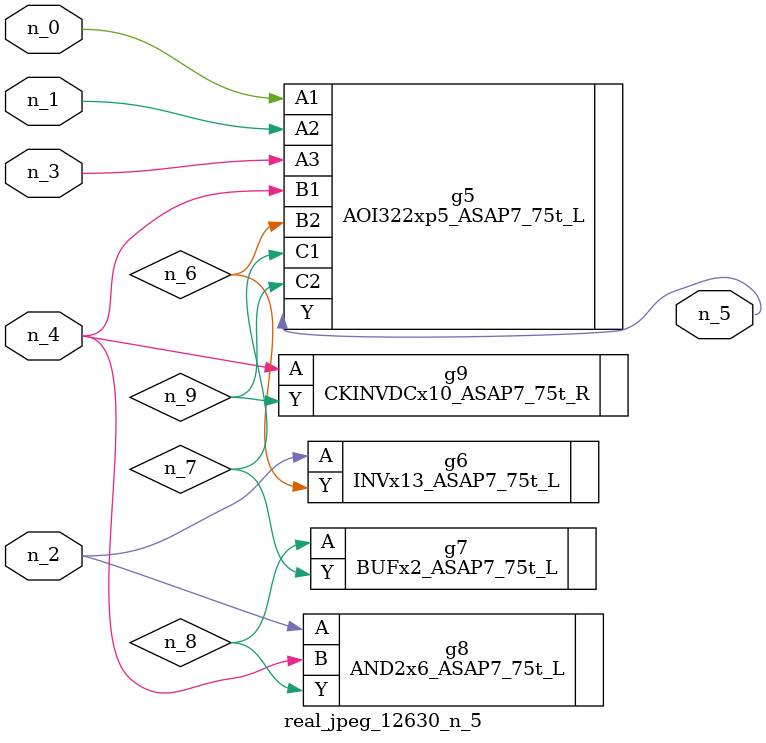
<source format=v>
module real_jpeg_12630_n_5 (n_4, n_0, n_1, n_2, n_3, n_5);

input n_4;
input n_0;
input n_1;
input n_2;
input n_3;

output n_5;

wire n_8;
wire n_6;
wire n_7;
wire n_9;

AOI322xp5_ASAP7_75t_L g5 ( 
.A1(n_0),
.A2(n_1),
.A3(n_3),
.B1(n_4),
.B2(n_6),
.C1(n_7),
.C2(n_9),
.Y(n_5)
);

INVx13_ASAP7_75t_L g6 ( 
.A(n_2),
.Y(n_6)
);

AND2x6_ASAP7_75t_L g8 ( 
.A(n_2),
.B(n_4),
.Y(n_8)
);

CKINVDCx10_ASAP7_75t_R g9 ( 
.A(n_4),
.Y(n_9)
);

BUFx2_ASAP7_75t_L g7 ( 
.A(n_8),
.Y(n_7)
);


endmodule
</source>
